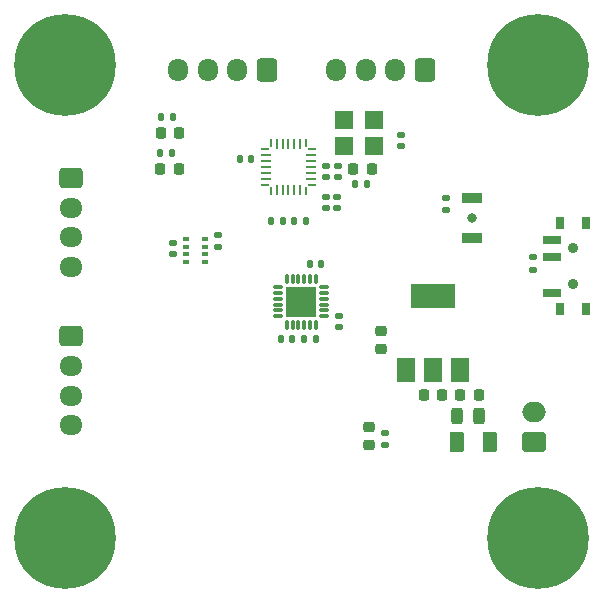
<source format=gbr>
%TF.GenerationSoftware,KiCad,Pcbnew,(6.0.7)*%
%TF.CreationDate,2023-04-20T13:52:41+01:00*%
%TF.ProjectId,BaroAxel_Brain,4261726f-4178-4656-9c5f-427261696e2e,1.0*%
%TF.SameCoordinates,Original*%
%TF.FileFunction,Soldermask,Top*%
%TF.FilePolarity,Negative*%
%FSLAX46Y46*%
G04 Gerber Fmt 4.6, Leading zero omitted, Abs format (unit mm)*
G04 Created by KiCad (PCBNEW (6.0.7)) date 2023-04-20 13:52:41*
%MOMM*%
%LPD*%
G01*
G04 APERTURE LIST*
G04 Aperture macros list*
%AMRoundRect*
0 Rectangle with rounded corners*
0 $1 Rounding radius*
0 $2 $3 $4 $5 $6 $7 $8 $9 X,Y pos of 4 corners*
0 Add a 4 corners polygon primitive as box body*
4,1,4,$2,$3,$4,$5,$6,$7,$8,$9,$2,$3,0*
0 Add four circle primitives for the rounded corners*
1,1,$1+$1,$2,$3*
1,1,$1+$1,$4,$5*
1,1,$1+$1,$6,$7*
1,1,$1+$1,$8,$9*
0 Add four rect primitives between the rounded corners*
20,1,$1+$1,$2,$3,$4,$5,0*
20,1,$1+$1,$4,$5,$6,$7,0*
20,1,$1+$1,$6,$7,$8,$9,0*
20,1,$1+$1,$8,$9,$2,$3,0*%
%AMOutline4P*
0 Free polygon, 4 corners , with rotation*
0 The origin of the aperture is its center*
0 number of corners: always 4*
0 $1 to $8 corner X, Y*
0 $9 Rotation angle, in degrees counterclockwise*
0 create outline with 4 corners*
4,1,4,$1,$2,$3,$4,$5,$6,$7,$8,$1,$2,$9*%
%AMFreePoly0*
4,1,14,0.230680,0.111820,0.364320,-0.021821,0.377500,-0.053642,0.377500,-0.080000,0.364320,-0.111820,0.332500,-0.125000,-0.332500,-0.125000,-0.364320,-0.111820,-0.377500,-0.080000,-0.377500,0.080000,-0.364320,0.111820,-0.332500,0.125000,0.198860,0.125000,0.230680,0.111820,0.230680,0.111820,$1*%
%AMFreePoly1*
4,1,14,0.364320,0.111820,0.377500,0.080000,0.377501,0.053640,0.364318,0.021819,0.230680,-0.111820,0.198860,-0.125000,-0.332500,-0.125000,-0.364320,-0.111820,-0.377500,-0.080000,-0.377500,0.080000,-0.364320,0.111820,-0.332500,0.125000,0.332500,0.125000,0.364320,0.111820,0.364320,0.111820,$1*%
%AMFreePoly2*
4,1,15,0.053642,0.377500,0.080000,0.377500,0.111820,0.364320,0.125000,0.332500,0.125000,-0.332500,0.111820,-0.364320,0.080000,-0.377500,-0.080000,-0.377500,-0.111820,-0.364320,-0.125000,-0.332500,-0.125000,0.198860,-0.111820,0.230680,0.021820,0.364320,0.053640,0.377501,0.053642,0.377500,0.053642,0.377500,$1*%
%AMFreePoly3*
4,1,14,-0.021820,0.364320,0.111820,0.230679,0.125000,0.198858,0.125000,-0.332500,0.111820,-0.364320,0.080000,-0.377500,-0.080000,-0.377500,-0.111820,-0.364320,-0.125000,-0.332500,-0.125000,0.332500,-0.111820,0.364320,-0.080000,0.377500,-0.053640,0.377500,-0.021820,0.364320,-0.021820,0.364320,$1*%
%AMFreePoly4*
4,1,14,0.364320,0.111820,0.377500,0.080000,0.377500,-0.080000,0.364320,-0.111820,0.332500,-0.125000,-0.198860,-0.125001,-0.230681,-0.111818,-0.364320,0.021820,-0.377500,0.053640,-0.377500,0.080000,-0.364320,0.111820,-0.332500,0.125000,0.332500,0.125000,0.364320,0.111820,0.364320,0.111820,$1*%
%AMFreePoly5*
4,1,15,-0.198858,0.125000,0.332500,0.125000,0.364320,0.111820,0.377500,0.080000,0.377500,-0.080000,0.364320,-0.111820,0.332500,-0.125000,-0.332500,-0.125000,-0.364320,-0.111820,-0.377500,-0.080000,-0.377500,-0.053640,-0.364320,-0.021820,-0.230680,0.111820,-0.198860,0.125001,-0.198858,0.125000,-0.198858,0.125000,$1*%
%AMFreePoly6*
4,1,14,0.111820,0.364320,0.125000,0.332500,0.125001,-0.198860,0.111818,-0.230681,-0.021820,-0.364320,-0.053640,-0.377500,-0.080000,-0.377500,-0.111820,-0.364320,-0.125000,-0.332500,-0.125000,0.332500,-0.111820,0.364320,-0.080000,0.377500,0.080000,0.377500,0.111820,0.364320,0.111820,0.364320,$1*%
%AMFreePoly7*
4,1,14,0.111820,0.364320,0.125000,0.332500,0.125000,-0.332500,0.111820,-0.364320,0.080000,-0.377500,0.053640,-0.377501,0.021819,-0.364318,-0.111820,-0.230680,-0.125000,-0.198860,-0.125000,0.332500,-0.111820,0.364320,-0.080000,0.377500,0.080000,0.377500,0.111820,0.364320,0.111820,0.364320,$1*%
G04 Aperture macros list end*
%ADD10RoundRect,0.250000X-0.725000X0.600000X-0.725000X-0.600000X0.725000X-0.600000X0.725000X0.600000X0*%
%ADD11O,1.950000X1.700000*%
%ADD12RoundRect,0.135000X0.135000X0.185000X-0.135000X0.185000X-0.135000X-0.185000X0.135000X-0.185000X0*%
%ADD13FreePoly0,180.000000*%
%ADD14RoundRect,0.062500X0.375000X0.062500X-0.375000X0.062500X-0.375000X-0.062500X0.375000X-0.062500X0*%
%ADD15FreePoly1,180.000000*%
%ADD16FreePoly2,180.000000*%
%ADD17RoundRect,0.062500X0.062500X0.375000X-0.062500X0.375000X-0.062500X-0.375000X0.062500X-0.375000X0*%
%ADD18FreePoly3,180.000000*%
%ADD19FreePoly4,180.000000*%
%ADD20FreePoly5,180.000000*%
%ADD21FreePoly6,180.000000*%
%ADD22FreePoly7,180.000000*%
%ADD23RoundRect,0.140000X-0.140000X-0.170000X0.140000X-0.170000X0.140000X0.170000X-0.140000X0.170000X0*%
%ADD24RoundRect,0.135000X-0.185000X0.135000X-0.185000X-0.135000X0.185000X-0.135000X0.185000X0.135000X0*%
%ADD25R,0.500000X0.350000*%
%ADD26RoundRect,0.140000X0.140000X0.170000X-0.140000X0.170000X-0.140000X-0.170000X0.140000X-0.170000X0*%
%ADD27RoundRect,0.250000X-0.375000X-0.625000X0.375000X-0.625000X0.375000X0.625000X-0.375000X0.625000X0*%
%ADD28RoundRect,0.075000X-0.350000X-0.075000X0.350000X-0.075000X0.350000X0.075000X-0.350000X0.075000X0*%
%ADD29Outline4P,-1.250000X-1.250000X1.250000X-1.250000X1.250000X1.250000X-1.250000X1.250000X0.000000*%
%ADD30RoundRect,0.075000X0.075000X-0.350000X0.075000X0.350000X-0.075000X0.350000X-0.075000X-0.350000X0*%
%ADD31C,0.800000*%
%ADD32R,1.700000X0.900000*%
%ADD33RoundRect,0.250000X0.600000X0.725000X-0.600000X0.725000X-0.600000X-0.725000X0.600000X-0.725000X0*%
%ADD34O,1.700000X1.950000*%
%ADD35R,1.600000X1.500000*%
%ADD36RoundRect,0.140000X0.170000X-0.140000X0.170000X0.140000X-0.170000X0.140000X-0.170000X-0.140000X0*%
%ADD37RoundRect,0.135000X0.185000X-0.135000X0.185000X0.135000X-0.185000X0.135000X-0.185000X-0.135000X0*%
%ADD38C,0.900000*%
%ADD39C,8.600000*%
%ADD40RoundRect,0.218750X-0.218750X-0.256250X0.218750X-0.256250X0.218750X0.256250X-0.218750X0.256250X0*%
%ADD41RoundRect,0.225000X0.225000X0.250000X-0.225000X0.250000X-0.225000X-0.250000X0.225000X-0.250000X0*%
%ADD42RoundRect,0.140000X-0.170000X0.140000X-0.170000X-0.140000X0.170000X-0.140000X0.170000X0.140000X0*%
%ADD43R,0.800000X1.000000*%
%ADD44R,1.500000X0.700000*%
%ADD45RoundRect,0.225000X-0.250000X0.225000X-0.250000X-0.225000X0.250000X-0.225000X0.250000X0.225000X0*%
%ADD46RoundRect,0.250000X0.750000X-0.600000X0.750000X0.600000X-0.750000X0.600000X-0.750000X-0.600000X0*%
%ADD47O,2.000000X1.700000*%
%ADD48RoundRect,0.135000X-0.135000X-0.185000X0.135000X-0.185000X0.135000X0.185000X-0.135000X0.185000X0*%
%ADD49RoundRect,0.218750X0.218750X0.256250X-0.218750X0.256250X-0.218750X-0.256250X0.218750X-0.256250X0*%
%ADD50RoundRect,0.218750X0.256250X-0.218750X0.256250X0.218750X-0.256250X0.218750X-0.256250X-0.218750X0*%
%ADD51RoundRect,0.243750X-0.243750X-0.456250X0.243750X-0.456250X0.243750X0.456250X-0.243750X0.456250X0*%
%ADD52R,1.500000X2.000000*%
%ADD53R,3.800000X2.000000*%
G04 APERTURE END LIST*
D10*
%TO.C,J102*%
X128270000Y-106280000D03*
D11*
X128270000Y-108780000D03*
X128270000Y-111280000D03*
X128270000Y-113780000D03*
%TD*%
D12*
%TO.C,R204*%
X136890000Y-104130000D03*
X135870000Y-104130000D03*
%TD*%
D13*
%TO.C,U201*%
X148717500Y-106830000D03*
D14*
X148657500Y-106330000D03*
X148657500Y-105830000D03*
X148657500Y-105330000D03*
X148657500Y-104830000D03*
X148657500Y-104330000D03*
D15*
X148717500Y-103830000D03*
D16*
X148220000Y-103332500D03*
D17*
X147720000Y-103392500D03*
X147220000Y-103392500D03*
X146720000Y-103392500D03*
X146220000Y-103392500D03*
X145720000Y-103392500D03*
D18*
X145220000Y-103332500D03*
D19*
X144722500Y-103830000D03*
D14*
X144782500Y-104330000D03*
X144782500Y-104830000D03*
X144782500Y-105330000D03*
X144782500Y-105830000D03*
X144782500Y-106330000D03*
D20*
X144722500Y-106830000D03*
D21*
X145220000Y-107327500D03*
D17*
X145720000Y-107267500D03*
X146220000Y-107267500D03*
X146720000Y-107267500D03*
X147220000Y-107267500D03*
X147720000Y-107267500D03*
D22*
X148220000Y-107327500D03*
%TD*%
D23*
%TO.C,C305*%
X148540000Y-113530000D03*
X149500000Y-113530000D03*
%TD*%
D24*
%TO.C,R202*%
X167410000Y-112990000D03*
X167410000Y-114010000D03*
%TD*%
D25*
%TO.C,U301*%
X139680000Y-111415000D03*
X139680000Y-112065000D03*
X139680000Y-112715000D03*
X139680000Y-113365000D03*
X138080000Y-113365000D03*
X138080000Y-112715000D03*
X138080000Y-112065000D03*
X138080000Y-111415000D03*
%TD*%
D12*
%TO.C,R205*%
X146290000Y-109930000D03*
X145270000Y-109930000D03*
%TD*%
D26*
%TO.C,C301*%
X147060000Y-119930000D03*
X146100000Y-119930000D03*
%TD*%
D27*
%TO.C,D101*%
X160950000Y-128580000D03*
X163750000Y-128580000D03*
%TD*%
D12*
%TO.C,R203*%
X136920000Y-101070000D03*
X135900000Y-101070000D03*
%TD*%
D24*
%TO.C,R201*%
X160030000Y-107940000D03*
X160030000Y-108960000D03*
%TD*%
D23*
%TO.C,C304*%
X148070000Y-119930000D03*
X149030000Y-119930000D03*
%TD*%
D28*
%TO.C,U302*%
X145870000Y-115480000D03*
D29*
X147820000Y-116730000D03*
D28*
X145870000Y-115980000D03*
X145870000Y-116480000D03*
X145870000Y-116980000D03*
X145870000Y-117480000D03*
X145870000Y-117980000D03*
D30*
X146570000Y-118680000D03*
X147070000Y-118680000D03*
X147570000Y-118680000D03*
X148070000Y-118680000D03*
X148570000Y-118680000D03*
X149070000Y-118680000D03*
D28*
X149770000Y-117980000D03*
X149770000Y-117480000D03*
X149770000Y-116980000D03*
X149770000Y-116480000D03*
X149770000Y-115980000D03*
X149770000Y-115480000D03*
D30*
X149070000Y-114780000D03*
X148570000Y-114780000D03*
X148070000Y-114780000D03*
X147570000Y-114780000D03*
X147070000Y-114780000D03*
X146570000Y-114780000D03*
%TD*%
D31*
%TO.C,SW201*%
X162260000Y-109640000D03*
D32*
X162260000Y-107940000D03*
X162260000Y-111340000D03*
%TD*%
D33*
%TO.C,J103*%
X144870000Y-97080000D03*
D34*
X142370000Y-97080000D03*
X139870000Y-97080000D03*
X137370000Y-97080000D03*
%TD*%
D35*
%TO.C,X201*%
X153990000Y-101370000D03*
X151450000Y-101370000D03*
X151450000Y-103570000D03*
X153990000Y-103570000D03*
%TD*%
D33*
%TO.C,J104*%
X158270000Y-97080000D03*
D34*
X155770000Y-97080000D03*
X153270000Y-97080000D03*
X150770000Y-97080000D03*
%TD*%
D36*
%TO.C,C303*%
X136980000Y-112710000D03*
X136980000Y-111750000D03*
%TD*%
D24*
%TO.C,R301*%
X140790000Y-111050000D03*
X140790000Y-112070000D03*
%TD*%
D37*
%TO.C,R101*%
X154890000Y-128910000D03*
X154890000Y-127890000D03*
%TD*%
D38*
%TO.C,H103*%
X167820000Y-139955000D03*
X165539581Y-139010419D03*
X171045000Y-136730000D03*
X167820000Y-133505000D03*
X170100419Y-139010419D03*
X164595000Y-136730000D03*
D39*
X167820000Y-136730000D03*
D38*
X170100419Y-134449581D03*
X165539581Y-134449581D03*
%TD*%
D40*
%TO.C,D202*%
X135872500Y-105460000D03*
X137447500Y-105460000D03*
%TD*%
D41*
%TO.C,C101*%
X159755000Y-124620000D03*
X158205000Y-124620000D03*
%TD*%
D38*
%TO.C,H102*%
X164595000Y-96730000D03*
X171045000Y-96730000D03*
X167820000Y-99955000D03*
X170100419Y-94449581D03*
X170100419Y-99010419D03*
D39*
X167820000Y-96730000D03*
D38*
X165539581Y-99010419D03*
X167820000Y-93505000D03*
X165539581Y-94449581D03*
%TD*%
D40*
%TO.C,D201*%
X135892500Y-102410000D03*
X137467500Y-102410000D03*
%TD*%
D42*
%TO.C,C201*%
X150870000Y-107850000D03*
X150870000Y-108810000D03*
%TD*%
D43*
%TO.C,SW202*%
X169710000Y-110080000D03*
X169710000Y-117380000D03*
D38*
X170820000Y-115230000D03*
X170820000Y-112230000D03*
D43*
X171920000Y-117380000D03*
X171920000Y-110080000D03*
D44*
X169060000Y-115980000D03*
X169060000Y-112980000D03*
X169060000Y-111480000D03*
%TD*%
D45*
%TO.C,C102*%
X154530000Y-119205000D03*
X154530000Y-120755000D03*
%TD*%
D46*
%TO.C,J101*%
X167470000Y-128580000D03*
D47*
X167470000Y-126080000D03*
%TD*%
D48*
%TO.C,R206*%
X147220000Y-109930000D03*
X148240000Y-109930000D03*
%TD*%
D36*
%TO.C,C207*%
X156220000Y-103580000D03*
X156220000Y-102620000D03*
%TD*%
D26*
%TO.C,C203*%
X143590000Y-104630000D03*
X142630000Y-104630000D03*
%TD*%
D42*
%TO.C,C202*%
X149870000Y-107850000D03*
X149870000Y-108810000D03*
%TD*%
D49*
%TO.C,FB201*%
X153757500Y-105520000D03*
X152182500Y-105520000D03*
%TD*%
D38*
%TO.C,H101*%
X124595000Y-96730000D03*
X130100419Y-94449581D03*
X131045000Y-96730000D03*
D39*
X127820000Y-96730000D03*
D38*
X125539581Y-99010419D03*
X127820000Y-99955000D03*
X125539581Y-94449581D03*
X127820000Y-93505000D03*
X130100419Y-99010419D03*
%TD*%
D50*
%TO.C,D102*%
X153530000Y-128907500D03*
X153530000Y-127332500D03*
%TD*%
D42*
%TO.C,C302*%
X151020000Y-117950000D03*
X151020000Y-118910000D03*
%TD*%
D51*
%TO.C,F101*%
X160952500Y-126380000D03*
X162827500Y-126380000D03*
%TD*%
D42*
%TO.C,C205*%
X150920000Y-105240000D03*
X150920000Y-106200000D03*
%TD*%
D49*
%TO.C,FB101*%
X162827500Y-124620000D03*
X161252500Y-124620000D03*
%TD*%
D38*
%TO.C,H104*%
X125539581Y-134449581D03*
X130100419Y-134449581D03*
X127820000Y-139955000D03*
D39*
X127820000Y-136730000D03*
D38*
X130100419Y-139010419D03*
X131045000Y-136730000D03*
X124595000Y-136730000D03*
X125539581Y-139010419D03*
X127820000Y-133505000D03*
%TD*%
D52*
%TO.C,U101*%
X156660000Y-122540000D03*
D53*
X158960000Y-116240000D03*
D52*
X158960000Y-122540000D03*
X161260000Y-122540000D03*
%TD*%
D10*
%TO.C,J105*%
X128270000Y-119680000D03*
D11*
X128270000Y-122180000D03*
X128270000Y-124680000D03*
X128270000Y-127180000D03*
%TD*%
D42*
%TO.C,C206*%
X149920000Y-105240000D03*
X149920000Y-106200000D03*
%TD*%
D26*
%TO.C,C204*%
X153350000Y-106770000D03*
X152390000Y-106770000D03*
%TD*%
M02*

</source>
